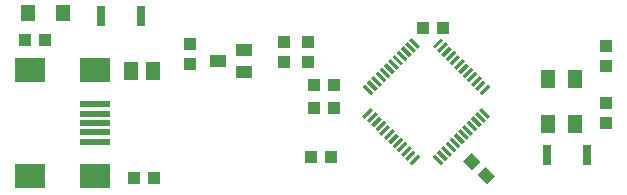
<source format=gtp>
G75*
G70*
%OFA0B0*%
%FSLAX24Y24*%
%IPPOS*%
%LPD*%
%AMOC8*
5,1,8,0,0,1.08239X$1,22.5*
%
%ADD10R,0.0400X0.0120*%
%ADD11R,0.0120X0.0400*%
%ADD12R,0.0394X0.0433*%
%ADD13R,0.0433X0.0394*%
%ADD14R,0.0512X0.0591*%
%ADD15R,0.0512X0.0630*%
%ADD16R,0.0984X0.0197*%
%ADD17R,0.0984X0.0787*%
%ADD18R,0.0551X0.0394*%
%ADD19R,0.0315X0.0669*%
%ADD20R,0.0472X0.0551*%
D10*
G36*
X012752Y004106D02*
X012471Y003825D01*
X012386Y003910D01*
X012667Y004191D01*
X012752Y004106D01*
G37*
G36*
X012894Y003965D02*
X012613Y003684D01*
X012528Y003769D01*
X012809Y004050D01*
X012894Y003965D01*
G37*
G36*
X013035Y003823D02*
X012754Y003542D01*
X012669Y003627D01*
X012950Y003908D01*
X013035Y003823D01*
G37*
G36*
X013177Y003682D02*
X012896Y003401D01*
X012811Y003486D01*
X013092Y003767D01*
X013177Y003682D01*
G37*
G36*
X013318Y003540D02*
X013037Y003259D01*
X012952Y003344D01*
X013233Y003625D01*
X013318Y003540D01*
G37*
G36*
X013460Y003399D02*
X013179Y003118D01*
X013094Y003203D01*
X013375Y003484D01*
X013460Y003399D01*
G37*
G36*
X013601Y003258D02*
X013320Y002977D01*
X013235Y003062D01*
X013516Y003343D01*
X013601Y003258D01*
G37*
G36*
X013742Y003116D02*
X013461Y002835D01*
X013376Y002920D01*
X013657Y003201D01*
X013742Y003116D01*
G37*
G36*
X013884Y002975D02*
X013603Y002694D01*
X013518Y002779D01*
X013799Y003060D01*
X013884Y002975D01*
G37*
G36*
X014025Y002833D02*
X013744Y002552D01*
X013659Y002637D01*
X013940Y002918D01*
X014025Y002833D01*
G37*
G36*
X014167Y002692D02*
X013886Y002411D01*
X013801Y002496D01*
X014082Y002777D01*
X014167Y002692D01*
G37*
G36*
X014308Y002550D02*
X014027Y002269D01*
X013942Y002354D01*
X014223Y002635D01*
X014308Y002550D01*
G37*
G36*
X016642Y004884D02*
X016361Y004603D01*
X016276Y004688D01*
X016557Y004969D01*
X016642Y004884D01*
G37*
G36*
X016500Y005025D02*
X016219Y004744D01*
X016134Y004829D01*
X016415Y005110D01*
X016500Y005025D01*
G37*
G36*
X016359Y005167D02*
X016078Y004886D01*
X015993Y004971D01*
X016274Y005252D01*
X016359Y005167D01*
G37*
G36*
X016217Y005308D02*
X015936Y005027D01*
X015851Y005112D01*
X016132Y005393D01*
X016217Y005308D01*
G37*
G36*
X016076Y005450D02*
X015795Y005169D01*
X015710Y005254D01*
X015991Y005535D01*
X016076Y005450D01*
G37*
G36*
X015934Y005591D02*
X015653Y005310D01*
X015568Y005395D01*
X015849Y005676D01*
X015934Y005591D01*
G37*
G36*
X015793Y005732D02*
X015512Y005451D01*
X015427Y005536D01*
X015708Y005817D01*
X015793Y005732D01*
G37*
G36*
X015652Y005874D02*
X015371Y005593D01*
X015286Y005678D01*
X015567Y005959D01*
X015652Y005874D01*
G37*
G36*
X015510Y006015D02*
X015229Y005734D01*
X015144Y005819D01*
X015425Y006100D01*
X015510Y006015D01*
G37*
G36*
X015369Y006157D02*
X015088Y005876D01*
X015003Y005961D01*
X015284Y006242D01*
X015369Y006157D01*
G37*
G36*
X015227Y006298D02*
X014946Y006017D01*
X014861Y006102D01*
X015142Y006383D01*
X015227Y006298D01*
G37*
G36*
X015086Y006440D02*
X014805Y006159D01*
X014720Y006244D01*
X015001Y006525D01*
X015086Y006440D01*
G37*
D11*
G36*
X014308Y006244D02*
X014223Y006159D01*
X013942Y006440D01*
X014027Y006525D01*
X014308Y006244D01*
G37*
G36*
X014167Y006102D02*
X014082Y006017D01*
X013801Y006298D01*
X013886Y006383D01*
X014167Y006102D01*
G37*
G36*
X014025Y005961D02*
X013940Y005876D01*
X013659Y006157D01*
X013744Y006242D01*
X014025Y005961D01*
G37*
G36*
X013884Y005819D02*
X013799Y005734D01*
X013518Y006015D01*
X013603Y006100D01*
X013884Y005819D01*
G37*
G36*
X013742Y005678D02*
X013657Y005593D01*
X013376Y005874D01*
X013461Y005959D01*
X013742Y005678D01*
G37*
G36*
X013601Y005536D02*
X013516Y005451D01*
X013235Y005732D01*
X013320Y005817D01*
X013601Y005536D01*
G37*
G36*
X013460Y005395D02*
X013375Y005310D01*
X013094Y005591D01*
X013179Y005676D01*
X013460Y005395D01*
G37*
G36*
X013318Y005254D02*
X013233Y005169D01*
X012952Y005450D01*
X013037Y005535D01*
X013318Y005254D01*
G37*
G36*
X013177Y005112D02*
X013092Y005027D01*
X012811Y005308D01*
X012896Y005393D01*
X013177Y005112D01*
G37*
G36*
X013035Y004971D02*
X012950Y004886D01*
X012669Y005167D01*
X012754Y005252D01*
X013035Y004971D01*
G37*
G36*
X012894Y004829D02*
X012809Y004744D01*
X012528Y005025D01*
X012613Y005110D01*
X012894Y004829D01*
G37*
G36*
X012752Y004688D02*
X012667Y004603D01*
X012386Y004884D01*
X012471Y004969D01*
X012752Y004688D01*
G37*
G36*
X016076Y003344D02*
X015991Y003259D01*
X015710Y003540D01*
X015795Y003625D01*
X016076Y003344D01*
G37*
G36*
X016217Y003486D02*
X016132Y003401D01*
X015851Y003682D01*
X015936Y003767D01*
X016217Y003486D01*
G37*
G36*
X015934Y003203D02*
X015849Y003118D01*
X015568Y003399D01*
X015653Y003484D01*
X015934Y003203D01*
G37*
G36*
X015793Y003062D02*
X015708Y002977D01*
X015427Y003258D01*
X015512Y003343D01*
X015793Y003062D01*
G37*
G36*
X015652Y002920D02*
X015567Y002835D01*
X015286Y003116D01*
X015371Y003201D01*
X015652Y002920D01*
G37*
G36*
X015510Y002779D02*
X015425Y002694D01*
X015144Y002975D01*
X015229Y003060D01*
X015510Y002779D01*
G37*
G36*
X015369Y002637D02*
X015284Y002552D01*
X015003Y002833D01*
X015088Y002918D01*
X015369Y002637D01*
G37*
G36*
X015227Y002496D02*
X015142Y002411D01*
X014861Y002692D01*
X014946Y002777D01*
X015227Y002496D01*
G37*
G36*
X015086Y002354D02*
X015001Y002269D01*
X014720Y002550D01*
X014805Y002635D01*
X015086Y002354D01*
G37*
G36*
X016359Y003627D02*
X016274Y003542D01*
X015993Y003823D01*
X016078Y003908D01*
X016359Y003627D01*
G37*
G36*
X016500Y003769D02*
X016415Y003684D01*
X016134Y003965D01*
X016219Y004050D01*
X016500Y003769D01*
G37*
G36*
X016642Y003910D02*
X016557Y003825D01*
X016276Y004106D01*
X016361Y004191D01*
X016642Y003910D01*
G37*
D12*
X020514Y003662D03*
X020514Y004332D03*
X020514Y005562D03*
X020514Y006232D03*
X010574Y006372D03*
X009774Y006372D03*
X009774Y005702D03*
X010574Y005702D03*
X006634Y005642D03*
X006634Y006312D03*
D13*
X010779Y004937D03*
X011449Y004937D03*
X011449Y004177D03*
X010779Y004177D03*
X010659Y002557D03*
X011329Y002557D03*
G36*
X016050Y002102D02*
X015745Y002407D01*
X016024Y002686D01*
X016329Y002381D01*
X016050Y002102D01*
G37*
G36*
X016524Y001628D02*
X016219Y001933D01*
X016498Y002212D01*
X016803Y001907D01*
X016524Y001628D01*
G37*
X005449Y001857D03*
X004779Y001857D03*
X001809Y006457D03*
X001139Y006457D03*
X014399Y006837D03*
X015069Y006837D03*
D14*
X005408Y005397D03*
X004660Y005397D03*
D15*
X018561Y005145D03*
X019467Y005145D03*
X019467Y003649D03*
X018561Y003649D03*
D16*
X003458Y003677D03*
X003458Y003992D03*
X003458Y004307D03*
X003458Y003362D03*
X003458Y003047D03*
D17*
X001293Y001905D03*
X003458Y001905D03*
X003458Y005449D03*
X001293Y005449D03*
D18*
X007581Y005737D03*
X008447Y005363D03*
X008447Y006111D03*
D19*
X005003Y007257D03*
X003665Y007257D03*
X018525Y002617D03*
X019863Y002617D03*
D20*
X002405Y007337D03*
X001223Y007337D03*
M02*

</source>
